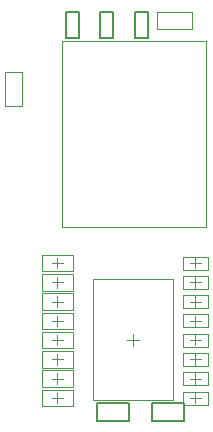
<source format=gbr>
G04*
G04 #@! TF.GenerationSoftware,Altium Limited,Altium Designer,24.9.1 (31)*
G04*
G04 Layer_Color=16711935*
%FSLAX25Y25*%
%MOIN*%
G70*
G04*
G04 #@! TF.SameCoordinates,0464F855-7F2B-49EB-A455-A8C15B23BB70*
G04*
G04*
G04 #@! TF.FilePolarity,Positive*
G04*
G01*
G75*
%ADD10C,0.00787*%
%ADD11C,0.00394*%
%ADD79C,0.00197*%
D10*
X148685Y108953D02*
X159315D01*
X148685Y103047D02*
Y108953D01*
Y103047D02*
X159315D01*
Y108953D01*
X130185D02*
X140815D01*
X130185Y103047D02*
Y108953D01*
Y103047D02*
X140815D01*
Y108953D01*
X119835Y230645D02*
X124165D01*
X119835D02*
Y239355D01*
X124165D01*
Y230645D02*
Y239355D01*
X142835Y230645D02*
X147165D01*
X142835D02*
Y239355D01*
X147165D01*
Y230645D02*
Y239355D01*
X131335Y230645D02*
X135665D01*
X131335D02*
Y239355D01*
X135665D01*
Y230645D02*
Y239355D01*
D11*
X163000Y108728D02*
Y112272D01*
X161228Y110500D02*
X164772D01*
X163000Y115228D02*
Y118772D01*
X161228Y117000D02*
X164772D01*
X163000Y121645D02*
Y125188D01*
X161228Y123417D02*
X164772D01*
X163000Y128062D02*
Y131605D01*
X161228Y129833D02*
X164772D01*
X163000Y134478D02*
Y138022D01*
X161228Y136250D02*
X164772D01*
X163000Y140895D02*
Y144438D01*
X161228Y142667D02*
X164772D01*
X163000Y147312D02*
Y150855D01*
X161228Y149083D02*
X164772D01*
X163000Y153728D02*
Y157272D01*
X161228Y155500D02*
X164772D01*
X142252Y128032D02*
Y131969D01*
X140283Y130000D02*
X144220D01*
X115228Y155500D02*
X118772D01*
X117000Y153728D02*
Y157272D01*
X115228Y149083D02*
X118772D01*
X117000Y147312D02*
Y150855D01*
X115228Y142667D02*
X118772D01*
X117000Y140895D02*
Y144438D01*
X115228Y136250D02*
X118772D01*
X117000Y134478D02*
Y138022D01*
X115228Y129833D02*
X118772D01*
X117000Y128062D02*
Y131605D01*
X115228Y117000D02*
X118772D01*
X117000Y115228D02*
Y118772D01*
X115228Y110500D02*
X118772D01*
X117000Y108728D02*
Y112272D01*
X115228Y123417D02*
X118772D01*
X117000Y121645D02*
Y125188D01*
D79*
X158866Y108335D02*
X167134D01*
X158866Y112665D02*
X167134D01*
X158866Y108335D02*
Y112665D01*
X167134Y108335D02*
Y112665D01*
X158866Y114835D02*
X167134D01*
X158866Y119165D02*
X167134D01*
X158866Y114835D02*
Y119165D01*
X167134Y114835D02*
Y119165D01*
X158866Y121251D02*
X167134D01*
X158866Y125582D02*
X167134D01*
X158866Y121251D02*
Y125582D01*
X167134Y121251D02*
Y125582D01*
X158866Y127668D02*
X167134D01*
X158866Y131999D02*
X167134D01*
X158866Y127668D02*
Y131999D01*
X167134Y127668D02*
Y131999D01*
X158866Y134085D02*
X167134D01*
X158866Y138415D02*
X167134D01*
X158866Y134085D02*
Y138415D01*
X167134Y134085D02*
Y138415D01*
X158866Y140501D02*
X167134D01*
X158866Y144832D02*
X167134D01*
X158866Y140501D02*
Y144832D01*
X167134Y140501D02*
Y144832D01*
X158866Y146918D02*
X167134D01*
X158866Y151249D02*
X167134D01*
X158866Y146918D02*
Y151249D01*
X167134Y146918D02*
Y151249D01*
X158866Y153335D02*
X167134D01*
X158866Y157665D02*
X167134D01*
X158866Y153335D02*
Y157665D01*
X167134Y153335D02*
Y157665D01*
X128866Y150079D02*
X155638D01*
X128866Y109921D02*
X155638D01*
Y150079D01*
X128866Y109921D02*
Y150079D01*
X118425Y167516D02*
Y229484D01*
X166575D01*
Y167516D02*
Y229484D01*
X118425Y167516D02*
X166575D01*
X99685Y219268D02*
X105315D01*
X99685Y207732D02*
X105315D01*
Y219268D01*
X99685Y207732D02*
Y219268D01*
X150232Y233685D02*
Y239315D01*
X161768Y233685D02*
Y239315D01*
X150232D02*
X161768D01*
X150232Y233685D02*
X161768D01*
X111882Y152744D02*
Y158256D01*
X122118Y152744D02*
Y158256D01*
X111882Y152744D02*
X122118D01*
X111882Y158256D02*
X122118D01*
X111882Y146327D02*
Y151839D01*
X122118Y146327D02*
Y151839D01*
X111882Y146327D02*
X122118D01*
X111882Y151839D02*
X122118D01*
X111882Y139911D02*
Y145423D01*
X122118Y139911D02*
Y145423D01*
X111882Y139911D02*
X122118D01*
X111882Y145423D02*
X122118D01*
X111882Y133494D02*
Y139006D01*
X122118Y133494D02*
Y139006D01*
X111882Y133494D02*
X122118D01*
X111882Y139006D02*
X122118D01*
X111882Y127077D02*
Y132589D01*
X122118Y127077D02*
Y132589D01*
X111882Y127077D02*
X122118D01*
X111882Y132589D02*
X122118D01*
X111882Y114244D02*
Y119756D01*
X122118Y114244D02*
Y119756D01*
X111882Y114244D02*
X122118D01*
X111882Y119756D02*
X122118D01*
X111882Y107744D02*
Y113256D01*
X122118Y107744D02*
Y113256D01*
X111882Y107744D02*
X122118D01*
X111882Y113256D02*
X122118D01*
X111882Y120661D02*
Y126173D01*
X122118Y120661D02*
Y126173D01*
X111882Y120661D02*
X122118D01*
X111882Y126173D02*
X122118D01*
M02*

</source>
